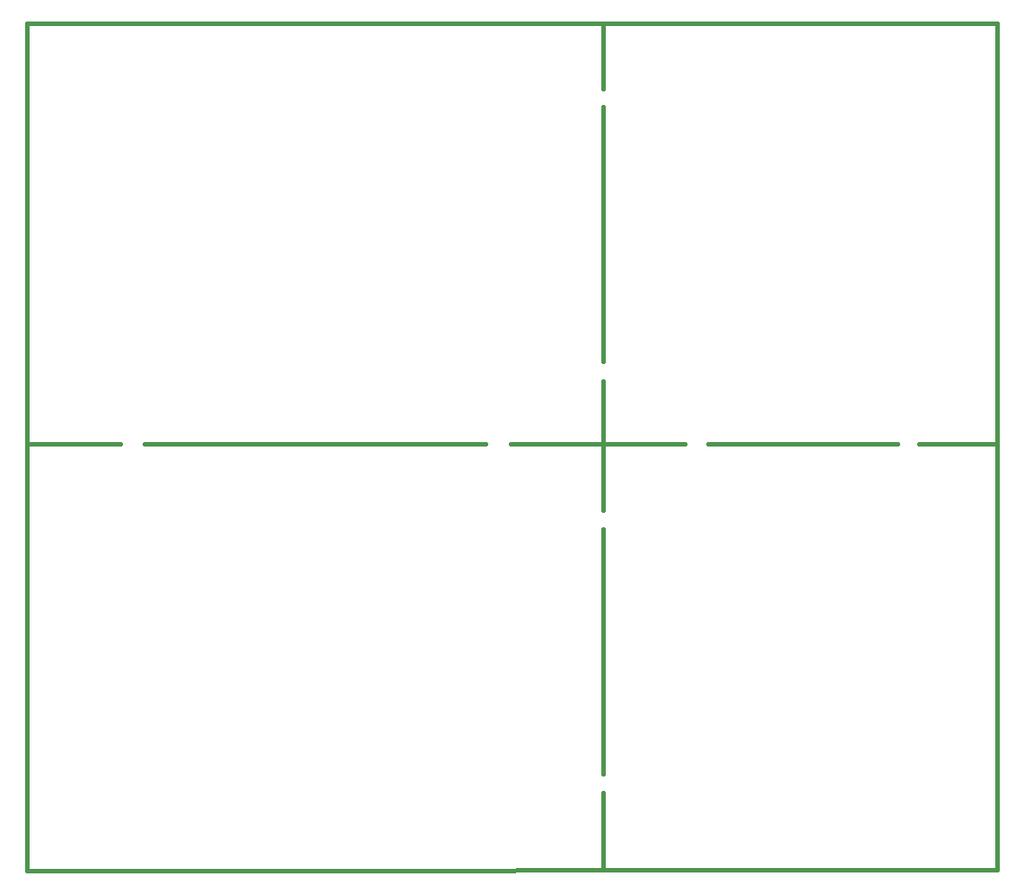
<source format=gko>
G75*
%MOIN*%
%OFA0B0*%
%FSLAX25Y25*%
%IPPOS*%
%LPD*%
%AMOC8*
5,1,8,0,0,1.08239X$1,22.5*
%
%ADD10C,0.00000*%
%ADD11C,0.01600*%
D10*
X0020400Y0046900D02*
X0380200Y0046700D01*
D11*
X0019600Y0046500D02*
X0019600Y0361500D01*
X0380200Y0361500D01*
X0380200Y0046700D01*
X0019600Y0046500D01*
X0019800Y0205100D02*
X0054400Y0205100D01*
X0063500Y0205200D02*
X0190100Y0205200D01*
X0199300Y0205100D02*
X0264200Y0205100D01*
X0272800Y0205100D02*
X0343000Y0205100D01*
X0351100Y0205100D02*
X0380000Y0205100D01*
X0233700Y0228600D02*
X0233700Y0180500D01*
X0233700Y0173400D02*
X0233700Y0082600D01*
X0233700Y0075600D02*
X0233700Y0047400D01*
X0233600Y0046700D01*
X0233700Y0235700D02*
X0233700Y0330300D01*
X0233700Y0337100D02*
X0233700Y0361400D01*
M02*

</source>
